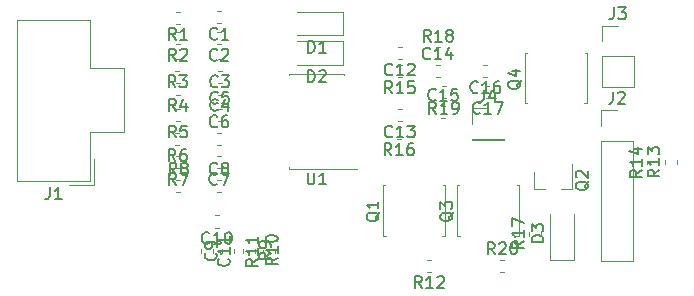
<source format=gbr>
G04 #@! TF.GenerationSoftware,KiCad,Pcbnew,5.1.0-unknown-e90452d~82~ubuntu18.04.1*
G04 #@! TF.CreationDate,2019-04-11T15:55:37-06:00*
G04 #@! TF.ProjectId,batteryMonitor,62617474-6572-4794-9d6f-6e69746f722e,rev?*
G04 #@! TF.SameCoordinates,Original*
G04 #@! TF.FileFunction,Legend,Top*
G04 #@! TF.FilePolarity,Positive*
%FSLAX46Y46*%
G04 Gerber Fmt 4.6, Leading zero omitted, Abs format (unit mm)*
G04 Created by KiCad (PCBNEW 5.1.0-unknown-e90452d~82~ubuntu18.04.1) date 2019-04-11 15:55:37*
%MOMM*%
%LPD*%
G04 APERTURE LIST*
%ADD10C,0.120000*%
%ADD11C,0.150000*%
G04 APERTURE END LIST*
D10*
X118825000Y-76725000D02*
X114175000Y-76725000D01*
X119900000Y-84775000D02*
X114175000Y-84775000D01*
X118825000Y-76725000D02*
X118825000Y-76832500D01*
X114175000Y-76725000D02*
X114175000Y-76832500D01*
X114175000Y-84775000D02*
X114175000Y-84667500D01*
X132049721Y-93510000D02*
X132375279Y-93510000D01*
X132049721Y-92490000D02*
X132375279Y-92490000D01*
X127412779Y-77740000D02*
X127087221Y-77740000D01*
X127412779Y-78760000D02*
X127087221Y-78760000D01*
X126624721Y-75510000D02*
X126950279Y-75510000D01*
X126624721Y-74490000D02*
X126950279Y-74490000D01*
X135510000Y-90450279D02*
X135510000Y-90124721D01*
X134490000Y-90450279D02*
X134490000Y-90124721D01*
X123625279Y-81240000D02*
X123299721Y-81240000D01*
X123625279Y-82260000D02*
X123299721Y-82260000D01*
X123700279Y-75990000D02*
X123374721Y-75990000D01*
X123700279Y-77010000D02*
X123374721Y-77010000D01*
X144490000Y-84412779D02*
X144490000Y-84087221D01*
X145510000Y-84412779D02*
X145510000Y-84087221D01*
X145990000Y-84375279D02*
X145990000Y-84049721D01*
X147010000Y-84375279D02*
X147010000Y-84049721D01*
X126200279Y-92490000D02*
X125874721Y-92490000D01*
X126200279Y-93510000D02*
X125874721Y-93510000D01*
X113010000Y-91950279D02*
X113010000Y-91624721D01*
X111990000Y-91950279D02*
X111990000Y-91624721D01*
X110240000Y-91549721D02*
X110240000Y-91875279D01*
X111260000Y-91549721D02*
X111260000Y-91875279D01*
X104624721Y-85740000D02*
X104950279Y-85740000D01*
X104624721Y-86760000D02*
X104950279Y-86760000D01*
X104912779Y-84760000D02*
X104587221Y-84760000D01*
X104912779Y-83740000D02*
X104587221Y-83740000D01*
X104875279Y-82760000D02*
X104549721Y-82760000D01*
X104875279Y-81740000D02*
X104549721Y-81740000D01*
X104912779Y-80760000D02*
X104587221Y-80760000D01*
X104912779Y-79740000D02*
X104587221Y-79740000D01*
X104912779Y-78510000D02*
X104587221Y-78510000D01*
X104912779Y-77490000D02*
X104587221Y-77490000D01*
X104875279Y-76510000D02*
X104549721Y-76510000D01*
X104875279Y-75490000D02*
X104549721Y-75490000D01*
X104912779Y-74260000D02*
X104587221Y-74260000D01*
X104912779Y-73240000D02*
X104587221Y-73240000D01*
X104912779Y-72510000D02*
X104587221Y-72510000D01*
X104912779Y-71490000D02*
X104587221Y-71490000D01*
X134150000Y-79250000D02*
X134350000Y-79250000D01*
X134150000Y-74950000D02*
X134150000Y-79250000D01*
X134300000Y-74950000D02*
X134150000Y-74950000D01*
X139350000Y-74950000D02*
X139200000Y-74950000D01*
X139350000Y-79250000D02*
X139350000Y-74950000D01*
X139150000Y-79250000D02*
X139350000Y-79250000D01*
X128400000Y-90450000D02*
X128600000Y-90450000D01*
X128400000Y-86150000D02*
X128400000Y-90450000D01*
X128550000Y-86150000D02*
X128400000Y-86150000D01*
X133600000Y-86150000D02*
X133450000Y-86150000D01*
X133600000Y-90450000D02*
X133600000Y-86150000D01*
X133400000Y-90450000D02*
X133600000Y-90450000D01*
X134920000Y-86510000D02*
X134920000Y-85050000D01*
X138080000Y-86510000D02*
X138080000Y-84350000D01*
X138080000Y-86510000D02*
X137150000Y-86510000D01*
X134920000Y-86510000D02*
X135850000Y-86510000D01*
X122150000Y-90450000D02*
X122350000Y-90450000D01*
X122150000Y-86150000D02*
X122150000Y-90450000D01*
X122300000Y-86150000D02*
X122150000Y-86150000D01*
X127350000Y-86150000D02*
X127200000Y-86150000D01*
X127350000Y-90450000D02*
X127350000Y-86150000D01*
X127150000Y-90450000D02*
X127350000Y-90450000D01*
X129670000Y-79670000D02*
X131000000Y-79670000D01*
X129670000Y-81000000D02*
X129670000Y-79670000D01*
X129670000Y-82270000D02*
X132330000Y-82270000D01*
X132330000Y-82270000D02*
X132330000Y-82330000D01*
X129670000Y-82270000D02*
X129670000Y-82330000D01*
X129670000Y-82330000D02*
X132330000Y-82330000D01*
X140670000Y-77870000D02*
X143330000Y-77870000D01*
X140670000Y-75270000D02*
X140670000Y-77870000D01*
X143330000Y-75270000D02*
X143330000Y-77870000D01*
X140670000Y-75270000D02*
X143330000Y-75270000D01*
X140670000Y-74000000D02*
X140670000Y-72670000D01*
X140670000Y-72670000D02*
X142000000Y-72670000D01*
X140601080Y-92631880D02*
X143261080Y-92631880D01*
X140601080Y-82411880D02*
X140601080Y-92631880D01*
X143261080Y-82411880D02*
X143261080Y-92631880D01*
X140601080Y-82411880D02*
X143261080Y-82411880D01*
X140601080Y-81141880D02*
X140601080Y-79811880D01*
X140601080Y-79811880D02*
X141931080Y-79811880D01*
X91151920Y-78985800D02*
X91151920Y-85815800D01*
X91151920Y-85815800D02*
X97351920Y-85815800D01*
X97351920Y-85815800D02*
X97351920Y-81695800D01*
X97351920Y-81695800D02*
X100211920Y-81695800D01*
X100211920Y-81695800D02*
X100211920Y-78985800D01*
X91151920Y-78985800D02*
X91151920Y-72155800D01*
X91151920Y-72155800D02*
X97351920Y-72155800D01*
X97351920Y-72155800D02*
X97351920Y-76275800D01*
X97351920Y-76275800D02*
X100211920Y-76275800D01*
X100211920Y-76275800D02*
X100211920Y-78985800D01*
X95501920Y-86115800D02*
X97651920Y-86115800D01*
X97651920Y-86115800D02*
X97651920Y-83985800D01*
X136250000Y-92500000D02*
X136250000Y-88600000D01*
X138250000Y-92500000D02*
X138250000Y-88600000D01*
X136250000Y-92500000D02*
X138250000Y-92500000D01*
X118750000Y-76000000D02*
X114850000Y-76000000D01*
X118750000Y-74000000D02*
X114850000Y-74000000D01*
X118750000Y-76000000D02*
X118750000Y-74000000D01*
X118750000Y-73500000D02*
X114850000Y-73500000D01*
X118750000Y-71500000D02*
X114850000Y-71500000D01*
X118750000Y-73500000D02*
X118750000Y-71500000D01*
X131125279Y-77740000D02*
X130799721Y-77740000D01*
X131125279Y-78760000D02*
X130799721Y-78760000D01*
X130950279Y-75990000D02*
X130624721Y-75990000D01*
X130950279Y-77010000D02*
X130624721Y-77010000D01*
X127049721Y-80510000D02*
X127375279Y-80510000D01*
X127049721Y-79490000D02*
X127375279Y-79490000D01*
X126587221Y-77010000D02*
X126912779Y-77010000D01*
X126587221Y-75990000D02*
X126912779Y-75990000D01*
X123700279Y-79740000D02*
X123374721Y-79740000D01*
X123700279Y-80760000D02*
X123374721Y-80760000D01*
X123700279Y-74490000D02*
X123374721Y-74490000D01*
X123700279Y-75510000D02*
X123374721Y-75510000D01*
X106740000Y-91587221D02*
X106740000Y-91912779D01*
X107760000Y-91587221D02*
X107760000Y-91912779D01*
X108200279Y-89760000D02*
X107874721Y-89760000D01*
X108200279Y-88740000D02*
X107874721Y-88740000D01*
X109520780Y-91917539D02*
X109520780Y-91591981D01*
X108500780Y-91917539D02*
X108500780Y-91591981D01*
X108087221Y-85740000D02*
X108412779Y-85740000D01*
X108087221Y-86760000D02*
X108412779Y-86760000D01*
X108375279Y-84760000D02*
X108049721Y-84760000D01*
X108375279Y-83740000D02*
X108049721Y-83740000D01*
X108087221Y-81740000D02*
X108412779Y-81740000D01*
X108087221Y-82760000D02*
X108412779Y-82760000D01*
X108124721Y-79740000D02*
X108450279Y-79740000D01*
X108124721Y-80760000D02*
X108450279Y-80760000D01*
X108450279Y-78510000D02*
X108124721Y-78510000D01*
X108450279Y-77490000D02*
X108124721Y-77490000D01*
X108450279Y-76510000D02*
X108124721Y-76510000D01*
X108450279Y-75490000D02*
X108124721Y-75490000D01*
X108412779Y-74260000D02*
X108087221Y-74260000D01*
X108412779Y-73240000D02*
X108087221Y-73240000D01*
X108412779Y-72472500D02*
X108087221Y-72472500D01*
X108412779Y-71452500D02*
X108087221Y-71452500D01*
D11*
X113202380Y-92301137D02*
X112726190Y-92634470D01*
X113202380Y-92872565D02*
X112202380Y-92872565D01*
X112202380Y-92491613D01*
X112250000Y-92396375D01*
X112297619Y-92348756D01*
X112392857Y-92301137D01*
X112535714Y-92301137D01*
X112630952Y-92348756D01*
X112678571Y-92396375D01*
X112726190Y-92491613D01*
X112726190Y-92872565D01*
X113202380Y-91348756D02*
X113202380Y-91920184D01*
X113202380Y-91634470D02*
X112202380Y-91634470D01*
X112345238Y-91729708D01*
X112440476Y-91824946D01*
X112488095Y-91920184D01*
X112202380Y-90729708D02*
X112202380Y-90634470D01*
X112250000Y-90539232D01*
X112297619Y-90491613D01*
X112392857Y-90443994D01*
X112583333Y-90396375D01*
X112821428Y-90396375D01*
X113011904Y-90443994D01*
X113107142Y-90491613D01*
X113154761Y-90539232D01*
X113202380Y-90634470D01*
X113202380Y-90729708D01*
X113154761Y-90824946D01*
X113107142Y-90872565D01*
X113011904Y-90920184D01*
X112821428Y-90967803D01*
X112583333Y-90967803D01*
X112392857Y-90920184D01*
X112297619Y-90872565D01*
X112250000Y-90824946D01*
X112202380Y-90729708D01*
X115738095Y-85102380D02*
X115738095Y-85911904D01*
X115785714Y-86007142D01*
X115833333Y-86054761D01*
X115928571Y-86102380D01*
X116119047Y-86102380D01*
X116214285Y-86054761D01*
X116261904Y-86007142D01*
X116309523Y-85911904D01*
X116309523Y-85102380D01*
X117309523Y-86102380D02*
X116738095Y-86102380D01*
X117023809Y-86102380D02*
X117023809Y-85102380D01*
X116928571Y-85245238D01*
X116833333Y-85340476D01*
X116738095Y-85388095D01*
X131569642Y-92022380D02*
X131236309Y-91546190D01*
X130998214Y-92022380D02*
X130998214Y-91022380D01*
X131379166Y-91022380D01*
X131474404Y-91070000D01*
X131522023Y-91117619D01*
X131569642Y-91212857D01*
X131569642Y-91355714D01*
X131522023Y-91450952D01*
X131474404Y-91498571D01*
X131379166Y-91546190D01*
X130998214Y-91546190D01*
X131950595Y-91117619D02*
X131998214Y-91070000D01*
X132093452Y-91022380D01*
X132331547Y-91022380D01*
X132426785Y-91070000D01*
X132474404Y-91117619D01*
X132522023Y-91212857D01*
X132522023Y-91308095D01*
X132474404Y-91450952D01*
X131902976Y-92022380D01*
X132522023Y-92022380D01*
X133141071Y-91022380D02*
X133236309Y-91022380D01*
X133331547Y-91070000D01*
X133379166Y-91117619D01*
X133426785Y-91212857D01*
X133474404Y-91403333D01*
X133474404Y-91641428D01*
X133426785Y-91831904D01*
X133379166Y-91927142D01*
X133331547Y-91974761D01*
X133236309Y-92022380D01*
X133141071Y-92022380D01*
X133045833Y-91974761D01*
X132998214Y-91927142D01*
X132950595Y-91831904D01*
X132902976Y-91641428D01*
X132902976Y-91403333D01*
X132950595Y-91212857D01*
X132998214Y-91117619D01*
X133045833Y-91070000D01*
X133141071Y-91022380D01*
X126607142Y-80132380D02*
X126273809Y-79656190D01*
X126035714Y-80132380D02*
X126035714Y-79132380D01*
X126416666Y-79132380D01*
X126511904Y-79180000D01*
X126559523Y-79227619D01*
X126607142Y-79322857D01*
X126607142Y-79465714D01*
X126559523Y-79560952D01*
X126511904Y-79608571D01*
X126416666Y-79656190D01*
X126035714Y-79656190D01*
X127559523Y-80132380D02*
X126988095Y-80132380D01*
X127273809Y-80132380D02*
X127273809Y-79132380D01*
X127178571Y-79275238D01*
X127083333Y-79370476D01*
X126988095Y-79418095D01*
X128035714Y-80132380D02*
X128226190Y-80132380D01*
X128321428Y-80084761D01*
X128369047Y-80037142D01*
X128464285Y-79894285D01*
X128511904Y-79703809D01*
X128511904Y-79322857D01*
X128464285Y-79227619D01*
X128416666Y-79180000D01*
X128321428Y-79132380D01*
X128130952Y-79132380D01*
X128035714Y-79180000D01*
X127988095Y-79227619D01*
X127940476Y-79322857D01*
X127940476Y-79560952D01*
X127988095Y-79656190D01*
X128035714Y-79703809D01*
X128130952Y-79751428D01*
X128321428Y-79751428D01*
X128416666Y-79703809D01*
X128464285Y-79656190D01*
X128511904Y-79560952D01*
X126144642Y-74022380D02*
X125811309Y-73546190D01*
X125573214Y-74022380D02*
X125573214Y-73022380D01*
X125954166Y-73022380D01*
X126049404Y-73070000D01*
X126097023Y-73117619D01*
X126144642Y-73212857D01*
X126144642Y-73355714D01*
X126097023Y-73450952D01*
X126049404Y-73498571D01*
X125954166Y-73546190D01*
X125573214Y-73546190D01*
X127097023Y-74022380D02*
X126525595Y-74022380D01*
X126811309Y-74022380D02*
X126811309Y-73022380D01*
X126716071Y-73165238D01*
X126620833Y-73260476D01*
X126525595Y-73308095D01*
X127668452Y-73450952D02*
X127573214Y-73403333D01*
X127525595Y-73355714D01*
X127477976Y-73260476D01*
X127477976Y-73212857D01*
X127525595Y-73117619D01*
X127573214Y-73070000D01*
X127668452Y-73022380D01*
X127858928Y-73022380D01*
X127954166Y-73070000D01*
X128001785Y-73117619D01*
X128049404Y-73212857D01*
X128049404Y-73260476D01*
X128001785Y-73355714D01*
X127954166Y-73403333D01*
X127858928Y-73450952D01*
X127668452Y-73450952D01*
X127573214Y-73498571D01*
X127525595Y-73546190D01*
X127477976Y-73641428D01*
X127477976Y-73831904D01*
X127525595Y-73927142D01*
X127573214Y-73974761D01*
X127668452Y-74022380D01*
X127858928Y-74022380D01*
X127954166Y-73974761D01*
X128001785Y-73927142D01*
X128049404Y-73831904D01*
X128049404Y-73641428D01*
X128001785Y-73546190D01*
X127954166Y-73498571D01*
X127858928Y-73450952D01*
X134022380Y-90930357D02*
X133546190Y-91263690D01*
X134022380Y-91501785D02*
X133022380Y-91501785D01*
X133022380Y-91120833D01*
X133070000Y-91025595D01*
X133117619Y-90977976D01*
X133212857Y-90930357D01*
X133355714Y-90930357D01*
X133450952Y-90977976D01*
X133498571Y-91025595D01*
X133546190Y-91120833D01*
X133546190Y-91501785D01*
X134022380Y-89977976D02*
X134022380Y-90549404D01*
X134022380Y-90263690D02*
X133022380Y-90263690D01*
X133165238Y-90358928D01*
X133260476Y-90454166D01*
X133308095Y-90549404D01*
X133022380Y-89644642D02*
X133022380Y-88977976D01*
X134022380Y-89406547D01*
X122819642Y-83632380D02*
X122486309Y-83156190D01*
X122248214Y-83632380D02*
X122248214Y-82632380D01*
X122629166Y-82632380D01*
X122724404Y-82680000D01*
X122772023Y-82727619D01*
X122819642Y-82822857D01*
X122819642Y-82965714D01*
X122772023Y-83060952D01*
X122724404Y-83108571D01*
X122629166Y-83156190D01*
X122248214Y-83156190D01*
X123772023Y-83632380D02*
X123200595Y-83632380D01*
X123486309Y-83632380D02*
X123486309Y-82632380D01*
X123391071Y-82775238D01*
X123295833Y-82870476D01*
X123200595Y-82918095D01*
X124629166Y-82632380D02*
X124438690Y-82632380D01*
X124343452Y-82680000D01*
X124295833Y-82727619D01*
X124200595Y-82870476D01*
X124152976Y-83060952D01*
X124152976Y-83441904D01*
X124200595Y-83537142D01*
X124248214Y-83584761D01*
X124343452Y-83632380D01*
X124533928Y-83632380D01*
X124629166Y-83584761D01*
X124676785Y-83537142D01*
X124724404Y-83441904D01*
X124724404Y-83203809D01*
X124676785Y-83108571D01*
X124629166Y-83060952D01*
X124533928Y-83013333D01*
X124343452Y-83013333D01*
X124248214Y-83060952D01*
X124200595Y-83108571D01*
X124152976Y-83203809D01*
X122894642Y-78382380D02*
X122561309Y-77906190D01*
X122323214Y-78382380D02*
X122323214Y-77382380D01*
X122704166Y-77382380D01*
X122799404Y-77430000D01*
X122847023Y-77477619D01*
X122894642Y-77572857D01*
X122894642Y-77715714D01*
X122847023Y-77810952D01*
X122799404Y-77858571D01*
X122704166Y-77906190D01*
X122323214Y-77906190D01*
X123847023Y-78382380D02*
X123275595Y-78382380D01*
X123561309Y-78382380D02*
X123561309Y-77382380D01*
X123466071Y-77525238D01*
X123370833Y-77620476D01*
X123275595Y-77668095D01*
X124751785Y-77382380D02*
X124275595Y-77382380D01*
X124227976Y-77858571D01*
X124275595Y-77810952D01*
X124370833Y-77763333D01*
X124608928Y-77763333D01*
X124704166Y-77810952D01*
X124751785Y-77858571D01*
X124799404Y-77953809D01*
X124799404Y-78191904D01*
X124751785Y-78287142D01*
X124704166Y-78334761D01*
X124608928Y-78382380D01*
X124370833Y-78382380D01*
X124275595Y-78334761D01*
X124227976Y-78287142D01*
X144022380Y-84892857D02*
X143546190Y-85226190D01*
X144022380Y-85464285D02*
X143022380Y-85464285D01*
X143022380Y-85083333D01*
X143070000Y-84988095D01*
X143117619Y-84940476D01*
X143212857Y-84892857D01*
X143355714Y-84892857D01*
X143450952Y-84940476D01*
X143498571Y-84988095D01*
X143546190Y-85083333D01*
X143546190Y-85464285D01*
X144022380Y-83940476D02*
X144022380Y-84511904D01*
X144022380Y-84226190D02*
X143022380Y-84226190D01*
X143165238Y-84321428D01*
X143260476Y-84416666D01*
X143308095Y-84511904D01*
X143355714Y-83083333D02*
X144022380Y-83083333D01*
X142974761Y-83321428D02*
X143689047Y-83559523D01*
X143689047Y-82940476D01*
X145522380Y-84855357D02*
X145046190Y-85188690D01*
X145522380Y-85426785D02*
X144522380Y-85426785D01*
X144522380Y-85045833D01*
X144570000Y-84950595D01*
X144617619Y-84902976D01*
X144712857Y-84855357D01*
X144855714Y-84855357D01*
X144950952Y-84902976D01*
X144998571Y-84950595D01*
X145046190Y-85045833D01*
X145046190Y-85426785D01*
X145522380Y-83902976D02*
X145522380Y-84474404D01*
X145522380Y-84188690D02*
X144522380Y-84188690D01*
X144665238Y-84283928D01*
X144760476Y-84379166D01*
X144808095Y-84474404D01*
X144522380Y-83569642D02*
X144522380Y-82950595D01*
X144903333Y-83283928D01*
X144903333Y-83141071D01*
X144950952Y-83045833D01*
X144998571Y-82998214D01*
X145093809Y-82950595D01*
X145331904Y-82950595D01*
X145427142Y-82998214D01*
X145474761Y-83045833D01*
X145522380Y-83141071D01*
X145522380Y-83426785D01*
X145474761Y-83522023D01*
X145427142Y-83569642D01*
X125394642Y-94882380D02*
X125061309Y-94406190D01*
X124823214Y-94882380D02*
X124823214Y-93882380D01*
X125204166Y-93882380D01*
X125299404Y-93930000D01*
X125347023Y-93977619D01*
X125394642Y-94072857D01*
X125394642Y-94215714D01*
X125347023Y-94310952D01*
X125299404Y-94358571D01*
X125204166Y-94406190D01*
X124823214Y-94406190D01*
X126347023Y-94882380D02*
X125775595Y-94882380D01*
X126061309Y-94882380D02*
X126061309Y-93882380D01*
X125966071Y-94025238D01*
X125870833Y-94120476D01*
X125775595Y-94168095D01*
X126727976Y-93977619D02*
X126775595Y-93930000D01*
X126870833Y-93882380D01*
X127108928Y-93882380D01*
X127204166Y-93930000D01*
X127251785Y-93977619D01*
X127299404Y-94072857D01*
X127299404Y-94168095D01*
X127251785Y-94310952D01*
X126680357Y-94882380D01*
X127299404Y-94882380D01*
X111522380Y-92430357D02*
X111046190Y-92763690D01*
X111522380Y-93001785D02*
X110522380Y-93001785D01*
X110522380Y-92620833D01*
X110570000Y-92525595D01*
X110617619Y-92477976D01*
X110712857Y-92430357D01*
X110855714Y-92430357D01*
X110950952Y-92477976D01*
X110998571Y-92525595D01*
X111046190Y-92620833D01*
X111046190Y-93001785D01*
X111522380Y-91477976D02*
X111522380Y-92049404D01*
X111522380Y-91763690D02*
X110522380Y-91763690D01*
X110665238Y-91858928D01*
X110760476Y-91954166D01*
X110808095Y-92049404D01*
X111522380Y-90525595D02*
X111522380Y-91097023D01*
X111522380Y-90811309D02*
X110522380Y-90811309D01*
X110665238Y-90906547D01*
X110760476Y-91001785D01*
X110808095Y-91097023D01*
X112632380Y-91879166D02*
X112156190Y-92212500D01*
X112632380Y-92450595D02*
X111632380Y-92450595D01*
X111632380Y-92069642D01*
X111680000Y-91974404D01*
X111727619Y-91926785D01*
X111822857Y-91879166D01*
X111965714Y-91879166D01*
X112060952Y-91926785D01*
X112108571Y-91974404D01*
X112156190Y-92069642D01*
X112156190Y-92450595D01*
X112632380Y-91402976D02*
X112632380Y-91212500D01*
X112584761Y-91117261D01*
X112537142Y-91069642D01*
X112394285Y-90974404D01*
X112203809Y-90926785D01*
X111822857Y-90926785D01*
X111727619Y-90974404D01*
X111680000Y-91022023D01*
X111632380Y-91117261D01*
X111632380Y-91307738D01*
X111680000Y-91402976D01*
X111727619Y-91450595D01*
X111822857Y-91498214D01*
X112060952Y-91498214D01*
X112156190Y-91450595D01*
X112203809Y-91402976D01*
X112251428Y-91307738D01*
X112251428Y-91117261D01*
X112203809Y-91022023D01*
X112156190Y-90974404D01*
X112060952Y-90926785D01*
X104620833Y-85272380D02*
X104287500Y-84796190D01*
X104049404Y-85272380D02*
X104049404Y-84272380D01*
X104430357Y-84272380D01*
X104525595Y-84320000D01*
X104573214Y-84367619D01*
X104620833Y-84462857D01*
X104620833Y-84605714D01*
X104573214Y-84700952D01*
X104525595Y-84748571D01*
X104430357Y-84796190D01*
X104049404Y-84796190D01*
X105192261Y-84700952D02*
X105097023Y-84653333D01*
X105049404Y-84605714D01*
X105001785Y-84510476D01*
X105001785Y-84462857D01*
X105049404Y-84367619D01*
X105097023Y-84320000D01*
X105192261Y-84272380D01*
X105382738Y-84272380D01*
X105477976Y-84320000D01*
X105525595Y-84367619D01*
X105573214Y-84462857D01*
X105573214Y-84510476D01*
X105525595Y-84605714D01*
X105477976Y-84653333D01*
X105382738Y-84700952D01*
X105192261Y-84700952D01*
X105097023Y-84748571D01*
X105049404Y-84796190D01*
X105001785Y-84891428D01*
X105001785Y-85081904D01*
X105049404Y-85177142D01*
X105097023Y-85224761D01*
X105192261Y-85272380D01*
X105382738Y-85272380D01*
X105477976Y-85224761D01*
X105525595Y-85177142D01*
X105573214Y-85081904D01*
X105573214Y-84891428D01*
X105525595Y-84796190D01*
X105477976Y-84748571D01*
X105382738Y-84700952D01*
X104583333Y-86132380D02*
X104250000Y-85656190D01*
X104011904Y-86132380D02*
X104011904Y-85132380D01*
X104392857Y-85132380D01*
X104488095Y-85180000D01*
X104535714Y-85227619D01*
X104583333Y-85322857D01*
X104583333Y-85465714D01*
X104535714Y-85560952D01*
X104488095Y-85608571D01*
X104392857Y-85656190D01*
X104011904Y-85656190D01*
X104916666Y-85132380D02*
X105583333Y-85132380D01*
X105154761Y-86132380D01*
X104545833Y-84132380D02*
X104212500Y-83656190D01*
X103974404Y-84132380D02*
X103974404Y-83132380D01*
X104355357Y-83132380D01*
X104450595Y-83180000D01*
X104498214Y-83227619D01*
X104545833Y-83322857D01*
X104545833Y-83465714D01*
X104498214Y-83560952D01*
X104450595Y-83608571D01*
X104355357Y-83656190D01*
X103974404Y-83656190D01*
X105402976Y-83132380D02*
X105212500Y-83132380D01*
X105117261Y-83180000D01*
X105069642Y-83227619D01*
X104974404Y-83370476D01*
X104926785Y-83560952D01*
X104926785Y-83941904D01*
X104974404Y-84037142D01*
X105022023Y-84084761D01*
X105117261Y-84132380D01*
X105307738Y-84132380D01*
X105402976Y-84084761D01*
X105450595Y-84037142D01*
X105498214Y-83941904D01*
X105498214Y-83703809D01*
X105450595Y-83608571D01*
X105402976Y-83560952D01*
X105307738Y-83513333D01*
X105117261Y-83513333D01*
X105022023Y-83560952D01*
X104974404Y-83608571D01*
X104926785Y-83703809D01*
X104583333Y-82132380D02*
X104250000Y-81656190D01*
X104011904Y-82132380D02*
X104011904Y-81132380D01*
X104392857Y-81132380D01*
X104488095Y-81180000D01*
X104535714Y-81227619D01*
X104583333Y-81322857D01*
X104583333Y-81465714D01*
X104535714Y-81560952D01*
X104488095Y-81608571D01*
X104392857Y-81656190D01*
X104011904Y-81656190D01*
X105488095Y-81132380D02*
X105011904Y-81132380D01*
X104964285Y-81608571D01*
X105011904Y-81560952D01*
X105107142Y-81513333D01*
X105345238Y-81513333D01*
X105440476Y-81560952D01*
X105488095Y-81608571D01*
X105535714Y-81703809D01*
X105535714Y-81941904D01*
X105488095Y-82037142D01*
X105440476Y-82084761D01*
X105345238Y-82132380D01*
X105107142Y-82132380D01*
X105011904Y-82084761D01*
X104964285Y-82037142D01*
X104583333Y-79882380D02*
X104250000Y-79406190D01*
X104011904Y-79882380D02*
X104011904Y-78882380D01*
X104392857Y-78882380D01*
X104488095Y-78930000D01*
X104535714Y-78977619D01*
X104583333Y-79072857D01*
X104583333Y-79215714D01*
X104535714Y-79310952D01*
X104488095Y-79358571D01*
X104392857Y-79406190D01*
X104011904Y-79406190D01*
X105440476Y-79215714D02*
X105440476Y-79882380D01*
X105202380Y-78834761D02*
X104964285Y-79549047D01*
X105583333Y-79549047D01*
X104545833Y-77882380D02*
X104212500Y-77406190D01*
X103974404Y-77882380D02*
X103974404Y-76882380D01*
X104355357Y-76882380D01*
X104450595Y-76930000D01*
X104498214Y-76977619D01*
X104545833Y-77072857D01*
X104545833Y-77215714D01*
X104498214Y-77310952D01*
X104450595Y-77358571D01*
X104355357Y-77406190D01*
X103974404Y-77406190D01*
X104879166Y-76882380D02*
X105498214Y-76882380D01*
X105164880Y-77263333D01*
X105307738Y-77263333D01*
X105402976Y-77310952D01*
X105450595Y-77358571D01*
X105498214Y-77453809D01*
X105498214Y-77691904D01*
X105450595Y-77787142D01*
X105402976Y-77834761D01*
X105307738Y-77882380D01*
X105022023Y-77882380D01*
X104926785Y-77834761D01*
X104879166Y-77787142D01*
X104583333Y-75632380D02*
X104250000Y-75156190D01*
X104011904Y-75632380D02*
X104011904Y-74632380D01*
X104392857Y-74632380D01*
X104488095Y-74680000D01*
X104535714Y-74727619D01*
X104583333Y-74822857D01*
X104583333Y-74965714D01*
X104535714Y-75060952D01*
X104488095Y-75108571D01*
X104392857Y-75156190D01*
X104011904Y-75156190D01*
X104964285Y-74727619D02*
X105011904Y-74680000D01*
X105107142Y-74632380D01*
X105345238Y-74632380D01*
X105440476Y-74680000D01*
X105488095Y-74727619D01*
X105535714Y-74822857D01*
X105535714Y-74918095D01*
X105488095Y-75060952D01*
X104916666Y-75632380D01*
X105535714Y-75632380D01*
X104583333Y-73882380D02*
X104250000Y-73406190D01*
X104011904Y-73882380D02*
X104011904Y-72882380D01*
X104392857Y-72882380D01*
X104488095Y-72930000D01*
X104535714Y-72977619D01*
X104583333Y-73072857D01*
X104583333Y-73215714D01*
X104535714Y-73310952D01*
X104488095Y-73358571D01*
X104392857Y-73406190D01*
X104011904Y-73406190D01*
X105535714Y-73882380D02*
X104964285Y-73882380D01*
X105250000Y-73882380D02*
X105250000Y-72882380D01*
X105154761Y-73025238D01*
X105059523Y-73120476D01*
X104964285Y-73168095D01*
X133817619Y-77275238D02*
X133770000Y-77370476D01*
X133674761Y-77465714D01*
X133531904Y-77608571D01*
X133484285Y-77703809D01*
X133484285Y-77799047D01*
X133722380Y-77751428D02*
X133674761Y-77846666D01*
X133579523Y-77941904D01*
X133389047Y-77989523D01*
X133055714Y-77989523D01*
X132865238Y-77941904D01*
X132770000Y-77846666D01*
X132722380Y-77751428D01*
X132722380Y-77560952D01*
X132770000Y-77465714D01*
X132865238Y-77370476D01*
X133055714Y-77322857D01*
X133389047Y-77322857D01*
X133579523Y-77370476D01*
X133674761Y-77465714D01*
X133722380Y-77560952D01*
X133722380Y-77751428D01*
X133055714Y-76465714D02*
X133722380Y-76465714D01*
X132674761Y-76703809D02*
X133389047Y-76941904D01*
X133389047Y-76322857D01*
X128067619Y-88475238D02*
X128020000Y-88570476D01*
X127924761Y-88665714D01*
X127781904Y-88808571D01*
X127734285Y-88903809D01*
X127734285Y-88999047D01*
X127972380Y-88951428D02*
X127924761Y-89046666D01*
X127829523Y-89141904D01*
X127639047Y-89189523D01*
X127305714Y-89189523D01*
X127115238Y-89141904D01*
X127020000Y-89046666D01*
X126972380Y-88951428D01*
X126972380Y-88760952D01*
X127020000Y-88665714D01*
X127115238Y-88570476D01*
X127305714Y-88522857D01*
X127639047Y-88522857D01*
X127829523Y-88570476D01*
X127924761Y-88665714D01*
X127972380Y-88760952D01*
X127972380Y-88951428D01*
X126972380Y-88189523D02*
X126972380Y-87570476D01*
X127353333Y-87903809D01*
X127353333Y-87760952D01*
X127400952Y-87665714D01*
X127448571Y-87618095D01*
X127543809Y-87570476D01*
X127781904Y-87570476D01*
X127877142Y-87618095D01*
X127924761Y-87665714D01*
X127972380Y-87760952D01*
X127972380Y-88046666D01*
X127924761Y-88141904D01*
X127877142Y-88189523D01*
X139547619Y-85845238D02*
X139500000Y-85940476D01*
X139404761Y-86035714D01*
X139261904Y-86178571D01*
X139214285Y-86273809D01*
X139214285Y-86369047D01*
X139452380Y-86321428D02*
X139404761Y-86416666D01*
X139309523Y-86511904D01*
X139119047Y-86559523D01*
X138785714Y-86559523D01*
X138595238Y-86511904D01*
X138500000Y-86416666D01*
X138452380Y-86321428D01*
X138452380Y-86130952D01*
X138500000Y-86035714D01*
X138595238Y-85940476D01*
X138785714Y-85892857D01*
X139119047Y-85892857D01*
X139309523Y-85940476D01*
X139404761Y-86035714D01*
X139452380Y-86130952D01*
X139452380Y-86321428D01*
X138547619Y-85511904D02*
X138500000Y-85464285D01*
X138452380Y-85369047D01*
X138452380Y-85130952D01*
X138500000Y-85035714D01*
X138547619Y-84988095D01*
X138642857Y-84940476D01*
X138738095Y-84940476D01*
X138880952Y-84988095D01*
X139452380Y-85559523D01*
X139452380Y-84940476D01*
X121817619Y-88475238D02*
X121770000Y-88570476D01*
X121674761Y-88665714D01*
X121531904Y-88808571D01*
X121484285Y-88903809D01*
X121484285Y-88999047D01*
X121722380Y-88951428D02*
X121674761Y-89046666D01*
X121579523Y-89141904D01*
X121389047Y-89189523D01*
X121055714Y-89189523D01*
X120865238Y-89141904D01*
X120770000Y-89046666D01*
X120722380Y-88951428D01*
X120722380Y-88760952D01*
X120770000Y-88665714D01*
X120865238Y-88570476D01*
X121055714Y-88522857D01*
X121389047Y-88522857D01*
X121579523Y-88570476D01*
X121674761Y-88665714D01*
X121722380Y-88760952D01*
X121722380Y-88951428D01*
X121722380Y-87570476D02*
X121722380Y-88141904D01*
X121722380Y-87856190D02*
X120722380Y-87856190D01*
X120865238Y-87951428D01*
X120960476Y-88046666D01*
X121008095Y-88141904D01*
X130666666Y-78122380D02*
X130666666Y-78836666D01*
X130619047Y-78979523D01*
X130523809Y-79074761D01*
X130380952Y-79122380D01*
X130285714Y-79122380D01*
X131571428Y-78455714D02*
X131571428Y-79122380D01*
X131333333Y-78074761D02*
X131095238Y-78789047D01*
X131714285Y-78789047D01*
X141666666Y-71122380D02*
X141666666Y-71836666D01*
X141619047Y-71979523D01*
X141523809Y-72074761D01*
X141380952Y-72122380D01*
X141285714Y-72122380D01*
X142047619Y-71122380D02*
X142666666Y-71122380D01*
X142333333Y-71503333D01*
X142476190Y-71503333D01*
X142571428Y-71550952D01*
X142619047Y-71598571D01*
X142666666Y-71693809D01*
X142666666Y-71931904D01*
X142619047Y-72027142D01*
X142571428Y-72074761D01*
X142476190Y-72122380D01*
X142190476Y-72122380D01*
X142095238Y-72074761D01*
X142047619Y-72027142D01*
X141597746Y-78264260D02*
X141597746Y-78978546D01*
X141550127Y-79121403D01*
X141454889Y-79216641D01*
X141312032Y-79264260D01*
X141216794Y-79264260D01*
X142026318Y-78359499D02*
X142073937Y-78311880D01*
X142169175Y-78264260D01*
X142407270Y-78264260D01*
X142502508Y-78311880D01*
X142550127Y-78359499D01*
X142597746Y-78454737D01*
X142597746Y-78549975D01*
X142550127Y-78692832D01*
X141978699Y-79264260D01*
X142597746Y-79264260D01*
X93918586Y-86358180D02*
X93918586Y-87072466D01*
X93870967Y-87215323D01*
X93775729Y-87310561D01*
X93632872Y-87358180D01*
X93537634Y-87358180D01*
X94918586Y-87358180D02*
X94347158Y-87358180D01*
X94632872Y-87358180D02*
X94632872Y-86358180D01*
X94537634Y-86501038D01*
X94442396Y-86596276D01*
X94347158Y-86643895D01*
X135702380Y-90988095D02*
X134702380Y-90988095D01*
X134702380Y-90750000D01*
X134750000Y-90607142D01*
X134845238Y-90511904D01*
X134940476Y-90464285D01*
X135130952Y-90416666D01*
X135273809Y-90416666D01*
X135464285Y-90464285D01*
X135559523Y-90511904D01*
X135654761Y-90607142D01*
X135702380Y-90750000D01*
X135702380Y-90988095D01*
X134702380Y-90083333D02*
X134702380Y-89464285D01*
X135083333Y-89797619D01*
X135083333Y-89654761D01*
X135130952Y-89559523D01*
X135178571Y-89511904D01*
X135273809Y-89464285D01*
X135511904Y-89464285D01*
X135607142Y-89511904D01*
X135654761Y-89559523D01*
X135702380Y-89654761D01*
X135702380Y-89940476D01*
X135654761Y-90035714D01*
X135607142Y-90083333D01*
X115761904Y-77452380D02*
X115761904Y-76452380D01*
X116000000Y-76452380D01*
X116142857Y-76500000D01*
X116238095Y-76595238D01*
X116285714Y-76690476D01*
X116333333Y-76880952D01*
X116333333Y-77023809D01*
X116285714Y-77214285D01*
X116238095Y-77309523D01*
X116142857Y-77404761D01*
X116000000Y-77452380D01*
X115761904Y-77452380D01*
X116714285Y-76547619D02*
X116761904Y-76500000D01*
X116857142Y-76452380D01*
X117095238Y-76452380D01*
X117190476Y-76500000D01*
X117238095Y-76547619D01*
X117285714Y-76642857D01*
X117285714Y-76738095D01*
X117238095Y-76880952D01*
X116666666Y-77452380D01*
X117285714Y-77452380D01*
X115761904Y-74952380D02*
X115761904Y-73952380D01*
X116000000Y-73952380D01*
X116142857Y-74000000D01*
X116238095Y-74095238D01*
X116285714Y-74190476D01*
X116333333Y-74380952D01*
X116333333Y-74523809D01*
X116285714Y-74714285D01*
X116238095Y-74809523D01*
X116142857Y-74904761D01*
X116000000Y-74952380D01*
X115761904Y-74952380D01*
X117285714Y-74952380D02*
X116714285Y-74952380D01*
X117000000Y-74952380D02*
X117000000Y-73952380D01*
X116904761Y-74095238D01*
X116809523Y-74190476D01*
X116714285Y-74238095D01*
X130319642Y-80037142D02*
X130272023Y-80084761D01*
X130129166Y-80132380D01*
X130033928Y-80132380D01*
X129891071Y-80084761D01*
X129795833Y-79989523D01*
X129748214Y-79894285D01*
X129700595Y-79703809D01*
X129700595Y-79560952D01*
X129748214Y-79370476D01*
X129795833Y-79275238D01*
X129891071Y-79180000D01*
X130033928Y-79132380D01*
X130129166Y-79132380D01*
X130272023Y-79180000D01*
X130319642Y-79227619D01*
X131272023Y-80132380D02*
X130700595Y-80132380D01*
X130986309Y-80132380D02*
X130986309Y-79132380D01*
X130891071Y-79275238D01*
X130795833Y-79370476D01*
X130700595Y-79418095D01*
X131605357Y-79132380D02*
X132272023Y-79132380D01*
X131843452Y-80132380D01*
X130144642Y-78287142D02*
X130097023Y-78334761D01*
X129954166Y-78382380D01*
X129858928Y-78382380D01*
X129716071Y-78334761D01*
X129620833Y-78239523D01*
X129573214Y-78144285D01*
X129525595Y-77953809D01*
X129525595Y-77810952D01*
X129573214Y-77620476D01*
X129620833Y-77525238D01*
X129716071Y-77430000D01*
X129858928Y-77382380D01*
X129954166Y-77382380D01*
X130097023Y-77430000D01*
X130144642Y-77477619D01*
X131097023Y-78382380D02*
X130525595Y-78382380D01*
X130811309Y-78382380D02*
X130811309Y-77382380D01*
X130716071Y-77525238D01*
X130620833Y-77620476D01*
X130525595Y-77668095D01*
X131954166Y-77382380D02*
X131763690Y-77382380D01*
X131668452Y-77430000D01*
X131620833Y-77477619D01*
X131525595Y-77620476D01*
X131477976Y-77810952D01*
X131477976Y-78191904D01*
X131525595Y-78287142D01*
X131573214Y-78334761D01*
X131668452Y-78382380D01*
X131858928Y-78382380D01*
X131954166Y-78334761D01*
X132001785Y-78287142D01*
X132049404Y-78191904D01*
X132049404Y-77953809D01*
X132001785Y-77858571D01*
X131954166Y-77810952D01*
X131858928Y-77763333D01*
X131668452Y-77763333D01*
X131573214Y-77810952D01*
X131525595Y-77858571D01*
X131477976Y-77953809D01*
X126569642Y-78927142D02*
X126522023Y-78974761D01*
X126379166Y-79022380D01*
X126283928Y-79022380D01*
X126141071Y-78974761D01*
X126045833Y-78879523D01*
X125998214Y-78784285D01*
X125950595Y-78593809D01*
X125950595Y-78450952D01*
X125998214Y-78260476D01*
X126045833Y-78165238D01*
X126141071Y-78070000D01*
X126283928Y-78022380D01*
X126379166Y-78022380D01*
X126522023Y-78070000D01*
X126569642Y-78117619D01*
X127522023Y-79022380D02*
X126950595Y-79022380D01*
X127236309Y-79022380D02*
X127236309Y-78022380D01*
X127141071Y-78165238D01*
X127045833Y-78260476D01*
X126950595Y-78308095D01*
X128426785Y-78022380D02*
X127950595Y-78022380D01*
X127902976Y-78498571D01*
X127950595Y-78450952D01*
X128045833Y-78403333D01*
X128283928Y-78403333D01*
X128379166Y-78450952D01*
X128426785Y-78498571D01*
X128474404Y-78593809D01*
X128474404Y-78831904D01*
X128426785Y-78927142D01*
X128379166Y-78974761D01*
X128283928Y-79022380D01*
X128045833Y-79022380D01*
X127950595Y-78974761D01*
X127902976Y-78927142D01*
X126107142Y-75427142D02*
X126059523Y-75474761D01*
X125916666Y-75522380D01*
X125821428Y-75522380D01*
X125678571Y-75474761D01*
X125583333Y-75379523D01*
X125535714Y-75284285D01*
X125488095Y-75093809D01*
X125488095Y-74950952D01*
X125535714Y-74760476D01*
X125583333Y-74665238D01*
X125678571Y-74570000D01*
X125821428Y-74522380D01*
X125916666Y-74522380D01*
X126059523Y-74570000D01*
X126107142Y-74617619D01*
X127059523Y-75522380D02*
X126488095Y-75522380D01*
X126773809Y-75522380D02*
X126773809Y-74522380D01*
X126678571Y-74665238D01*
X126583333Y-74760476D01*
X126488095Y-74808095D01*
X127916666Y-74855714D02*
X127916666Y-75522380D01*
X127678571Y-74474761D02*
X127440476Y-75189047D01*
X128059523Y-75189047D01*
X122894642Y-82037142D02*
X122847023Y-82084761D01*
X122704166Y-82132380D01*
X122608928Y-82132380D01*
X122466071Y-82084761D01*
X122370833Y-81989523D01*
X122323214Y-81894285D01*
X122275595Y-81703809D01*
X122275595Y-81560952D01*
X122323214Y-81370476D01*
X122370833Y-81275238D01*
X122466071Y-81180000D01*
X122608928Y-81132380D01*
X122704166Y-81132380D01*
X122847023Y-81180000D01*
X122894642Y-81227619D01*
X123847023Y-82132380D02*
X123275595Y-82132380D01*
X123561309Y-82132380D02*
X123561309Y-81132380D01*
X123466071Y-81275238D01*
X123370833Y-81370476D01*
X123275595Y-81418095D01*
X124180357Y-81132380D02*
X124799404Y-81132380D01*
X124466071Y-81513333D01*
X124608928Y-81513333D01*
X124704166Y-81560952D01*
X124751785Y-81608571D01*
X124799404Y-81703809D01*
X124799404Y-81941904D01*
X124751785Y-82037142D01*
X124704166Y-82084761D01*
X124608928Y-82132380D01*
X124323214Y-82132380D01*
X124227976Y-82084761D01*
X124180357Y-82037142D01*
X122894642Y-76787142D02*
X122847023Y-76834761D01*
X122704166Y-76882380D01*
X122608928Y-76882380D01*
X122466071Y-76834761D01*
X122370833Y-76739523D01*
X122323214Y-76644285D01*
X122275595Y-76453809D01*
X122275595Y-76310952D01*
X122323214Y-76120476D01*
X122370833Y-76025238D01*
X122466071Y-75930000D01*
X122608928Y-75882380D01*
X122704166Y-75882380D01*
X122847023Y-75930000D01*
X122894642Y-75977619D01*
X123847023Y-76882380D02*
X123275595Y-76882380D01*
X123561309Y-76882380D02*
X123561309Y-75882380D01*
X123466071Y-76025238D01*
X123370833Y-76120476D01*
X123275595Y-76168095D01*
X124227976Y-75977619D02*
X124275595Y-75930000D01*
X124370833Y-75882380D01*
X124608928Y-75882380D01*
X124704166Y-75930000D01*
X124751785Y-75977619D01*
X124799404Y-76072857D01*
X124799404Y-76168095D01*
X124751785Y-76310952D01*
X124180357Y-76882380D01*
X124799404Y-76882380D01*
X109037142Y-92392857D02*
X109084761Y-92440476D01*
X109132380Y-92583333D01*
X109132380Y-92678571D01*
X109084761Y-92821428D01*
X108989523Y-92916666D01*
X108894285Y-92964285D01*
X108703809Y-93011904D01*
X108560952Y-93011904D01*
X108370476Y-92964285D01*
X108275238Y-92916666D01*
X108180000Y-92821428D01*
X108132380Y-92678571D01*
X108132380Y-92583333D01*
X108180000Y-92440476D01*
X108227619Y-92392857D01*
X109132380Y-91440476D02*
X109132380Y-92011904D01*
X109132380Y-91726190D02*
X108132380Y-91726190D01*
X108275238Y-91821428D01*
X108370476Y-91916666D01*
X108418095Y-92011904D01*
X109132380Y-90488095D02*
X109132380Y-91059523D01*
X109132380Y-90773809D02*
X108132380Y-90773809D01*
X108275238Y-90869047D01*
X108370476Y-90964285D01*
X108418095Y-91059523D01*
X107394642Y-91037142D02*
X107347023Y-91084761D01*
X107204166Y-91132380D01*
X107108928Y-91132380D01*
X106966071Y-91084761D01*
X106870833Y-90989523D01*
X106823214Y-90894285D01*
X106775595Y-90703809D01*
X106775595Y-90560952D01*
X106823214Y-90370476D01*
X106870833Y-90275238D01*
X106966071Y-90180000D01*
X107108928Y-90132380D01*
X107204166Y-90132380D01*
X107347023Y-90180000D01*
X107394642Y-90227619D01*
X108347023Y-91132380D02*
X107775595Y-91132380D01*
X108061309Y-91132380D02*
X108061309Y-90132380D01*
X107966071Y-90275238D01*
X107870833Y-90370476D01*
X107775595Y-90418095D01*
X108966071Y-90132380D02*
X109061309Y-90132380D01*
X109156547Y-90180000D01*
X109204166Y-90227619D01*
X109251785Y-90322857D01*
X109299404Y-90513333D01*
X109299404Y-90751428D01*
X109251785Y-90941904D01*
X109204166Y-91037142D01*
X109156547Y-91084761D01*
X109061309Y-91132380D01*
X108966071Y-91132380D01*
X108870833Y-91084761D01*
X108823214Y-91037142D01*
X108775595Y-90941904D01*
X108727976Y-90751428D01*
X108727976Y-90513333D01*
X108775595Y-90322857D01*
X108823214Y-90227619D01*
X108870833Y-90180000D01*
X108966071Y-90132380D01*
X107937922Y-91921426D02*
X107985541Y-91969045D01*
X108033160Y-92111902D01*
X108033160Y-92207140D01*
X107985541Y-92349998D01*
X107890303Y-92445236D01*
X107795065Y-92492855D01*
X107604589Y-92540474D01*
X107461732Y-92540474D01*
X107271256Y-92492855D01*
X107176018Y-92445236D01*
X107080780Y-92349998D01*
X107033160Y-92207140D01*
X107033160Y-92111902D01*
X107080780Y-91969045D01*
X107128399Y-91921426D01*
X108033160Y-91445236D02*
X108033160Y-91254760D01*
X107985541Y-91159521D01*
X107937922Y-91111902D01*
X107795065Y-91016664D01*
X107604589Y-90969045D01*
X107223637Y-90969045D01*
X107128399Y-91016664D01*
X107080780Y-91064283D01*
X107033160Y-91159521D01*
X107033160Y-91349998D01*
X107080780Y-91445236D01*
X107128399Y-91492855D01*
X107223637Y-91540474D01*
X107461732Y-91540474D01*
X107556970Y-91492855D01*
X107604589Y-91445236D01*
X107652208Y-91349998D01*
X107652208Y-91159521D01*
X107604589Y-91064283D01*
X107556970Y-91016664D01*
X107461732Y-90969045D01*
X108083333Y-85177142D02*
X108035714Y-85224761D01*
X107892857Y-85272380D01*
X107797619Y-85272380D01*
X107654761Y-85224761D01*
X107559523Y-85129523D01*
X107511904Y-85034285D01*
X107464285Y-84843809D01*
X107464285Y-84700952D01*
X107511904Y-84510476D01*
X107559523Y-84415238D01*
X107654761Y-84320000D01*
X107797619Y-84272380D01*
X107892857Y-84272380D01*
X108035714Y-84320000D01*
X108083333Y-84367619D01*
X108654761Y-84700952D02*
X108559523Y-84653333D01*
X108511904Y-84605714D01*
X108464285Y-84510476D01*
X108464285Y-84462857D01*
X108511904Y-84367619D01*
X108559523Y-84320000D01*
X108654761Y-84272380D01*
X108845238Y-84272380D01*
X108940476Y-84320000D01*
X108988095Y-84367619D01*
X109035714Y-84462857D01*
X109035714Y-84510476D01*
X108988095Y-84605714D01*
X108940476Y-84653333D01*
X108845238Y-84700952D01*
X108654761Y-84700952D01*
X108559523Y-84748571D01*
X108511904Y-84796190D01*
X108464285Y-84891428D01*
X108464285Y-85081904D01*
X108511904Y-85177142D01*
X108559523Y-85224761D01*
X108654761Y-85272380D01*
X108845238Y-85272380D01*
X108940476Y-85224761D01*
X108988095Y-85177142D01*
X109035714Y-85081904D01*
X109035714Y-84891428D01*
X108988095Y-84796190D01*
X108940476Y-84748571D01*
X108845238Y-84700952D01*
X108045833Y-86037142D02*
X107998214Y-86084761D01*
X107855357Y-86132380D01*
X107760119Y-86132380D01*
X107617261Y-86084761D01*
X107522023Y-85989523D01*
X107474404Y-85894285D01*
X107426785Y-85703809D01*
X107426785Y-85560952D01*
X107474404Y-85370476D01*
X107522023Y-85275238D01*
X107617261Y-85180000D01*
X107760119Y-85132380D01*
X107855357Y-85132380D01*
X107998214Y-85180000D01*
X108045833Y-85227619D01*
X108379166Y-85132380D02*
X109045833Y-85132380D01*
X108617261Y-86132380D01*
X108083333Y-81177142D02*
X108035714Y-81224761D01*
X107892857Y-81272380D01*
X107797619Y-81272380D01*
X107654761Y-81224761D01*
X107559523Y-81129523D01*
X107511904Y-81034285D01*
X107464285Y-80843809D01*
X107464285Y-80700952D01*
X107511904Y-80510476D01*
X107559523Y-80415238D01*
X107654761Y-80320000D01*
X107797619Y-80272380D01*
X107892857Y-80272380D01*
X108035714Y-80320000D01*
X108083333Y-80367619D01*
X108940476Y-80272380D02*
X108750000Y-80272380D01*
X108654761Y-80320000D01*
X108607142Y-80367619D01*
X108511904Y-80510476D01*
X108464285Y-80700952D01*
X108464285Y-81081904D01*
X108511904Y-81177142D01*
X108559523Y-81224761D01*
X108654761Y-81272380D01*
X108845238Y-81272380D01*
X108940476Y-81224761D01*
X108988095Y-81177142D01*
X109035714Y-81081904D01*
X109035714Y-80843809D01*
X108988095Y-80748571D01*
X108940476Y-80700952D01*
X108845238Y-80653333D01*
X108654761Y-80653333D01*
X108559523Y-80700952D01*
X108511904Y-80748571D01*
X108464285Y-80843809D01*
X108120833Y-79177142D02*
X108073214Y-79224761D01*
X107930357Y-79272380D01*
X107835119Y-79272380D01*
X107692261Y-79224761D01*
X107597023Y-79129523D01*
X107549404Y-79034285D01*
X107501785Y-78843809D01*
X107501785Y-78700952D01*
X107549404Y-78510476D01*
X107597023Y-78415238D01*
X107692261Y-78320000D01*
X107835119Y-78272380D01*
X107930357Y-78272380D01*
X108073214Y-78320000D01*
X108120833Y-78367619D01*
X109025595Y-78272380D02*
X108549404Y-78272380D01*
X108501785Y-78748571D01*
X108549404Y-78700952D01*
X108644642Y-78653333D01*
X108882738Y-78653333D01*
X108977976Y-78700952D01*
X109025595Y-78748571D01*
X109073214Y-78843809D01*
X109073214Y-79081904D01*
X109025595Y-79177142D01*
X108977976Y-79224761D01*
X108882738Y-79272380D01*
X108644642Y-79272380D01*
X108549404Y-79224761D01*
X108501785Y-79177142D01*
X108120833Y-79787142D02*
X108073214Y-79834761D01*
X107930357Y-79882380D01*
X107835119Y-79882380D01*
X107692261Y-79834761D01*
X107597023Y-79739523D01*
X107549404Y-79644285D01*
X107501785Y-79453809D01*
X107501785Y-79310952D01*
X107549404Y-79120476D01*
X107597023Y-79025238D01*
X107692261Y-78930000D01*
X107835119Y-78882380D01*
X107930357Y-78882380D01*
X108073214Y-78930000D01*
X108120833Y-78977619D01*
X108977976Y-79215714D02*
X108977976Y-79882380D01*
X108739880Y-78834761D02*
X108501785Y-79549047D01*
X109120833Y-79549047D01*
X108120833Y-77787142D02*
X108073214Y-77834761D01*
X107930357Y-77882380D01*
X107835119Y-77882380D01*
X107692261Y-77834761D01*
X107597023Y-77739523D01*
X107549404Y-77644285D01*
X107501785Y-77453809D01*
X107501785Y-77310952D01*
X107549404Y-77120476D01*
X107597023Y-77025238D01*
X107692261Y-76930000D01*
X107835119Y-76882380D01*
X107930357Y-76882380D01*
X108073214Y-76930000D01*
X108120833Y-76977619D01*
X108454166Y-76882380D02*
X109073214Y-76882380D01*
X108739880Y-77263333D01*
X108882738Y-77263333D01*
X108977976Y-77310952D01*
X109025595Y-77358571D01*
X109073214Y-77453809D01*
X109073214Y-77691904D01*
X109025595Y-77787142D01*
X108977976Y-77834761D01*
X108882738Y-77882380D01*
X108597023Y-77882380D01*
X108501785Y-77834761D01*
X108454166Y-77787142D01*
X108083333Y-75537142D02*
X108035714Y-75584761D01*
X107892857Y-75632380D01*
X107797619Y-75632380D01*
X107654761Y-75584761D01*
X107559523Y-75489523D01*
X107511904Y-75394285D01*
X107464285Y-75203809D01*
X107464285Y-75060952D01*
X107511904Y-74870476D01*
X107559523Y-74775238D01*
X107654761Y-74680000D01*
X107797619Y-74632380D01*
X107892857Y-74632380D01*
X108035714Y-74680000D01*
X108083333Y-74727619D01*
X108464285Y-74727619D02*
X108511904Y-74680000D01*
X108607142Y-74632380D01*
X108845238Y-74632380D01*
X108940476Y-74680000D01*
X108988095Y-74727619D01*
X109035714Y-74822857D01*
X109035714Y-74918095D01*
X108988095Y-75060952D01*
X108416666Y-75632380D01*
X109035714Y-75632380D01*
X108083333Y-73749642D02*
X108035714Y-73797261D01*
X107892857Y-73844880D01*
X107797619Y-73844880D01*
X107654761Y-73797261D01*
X107559523Y-73702023D01*
X107511904Y-73606785D01*
X107464285Y-73416309D01*
X107464285Y-73273452D01*
X107511904Y-73082976D01*
X107559523Y-72987738D01*
X107654761Y-72892500D01*
X107797619Y-72844880D01*
X107892857Y-72844880D01*
X108035714Y-72892500D01*
X108083333Y-72940119D01*
X109035714Y-73844880D02*
X108464285Y-73844880D01*
X108750000Y-73844880D02*
X108750000Y-72844880D01*
X108654761Y-72987738D01*
X108559523Y-73082976D01*
X108464285Y-73130595D01*
M02*

</source>
